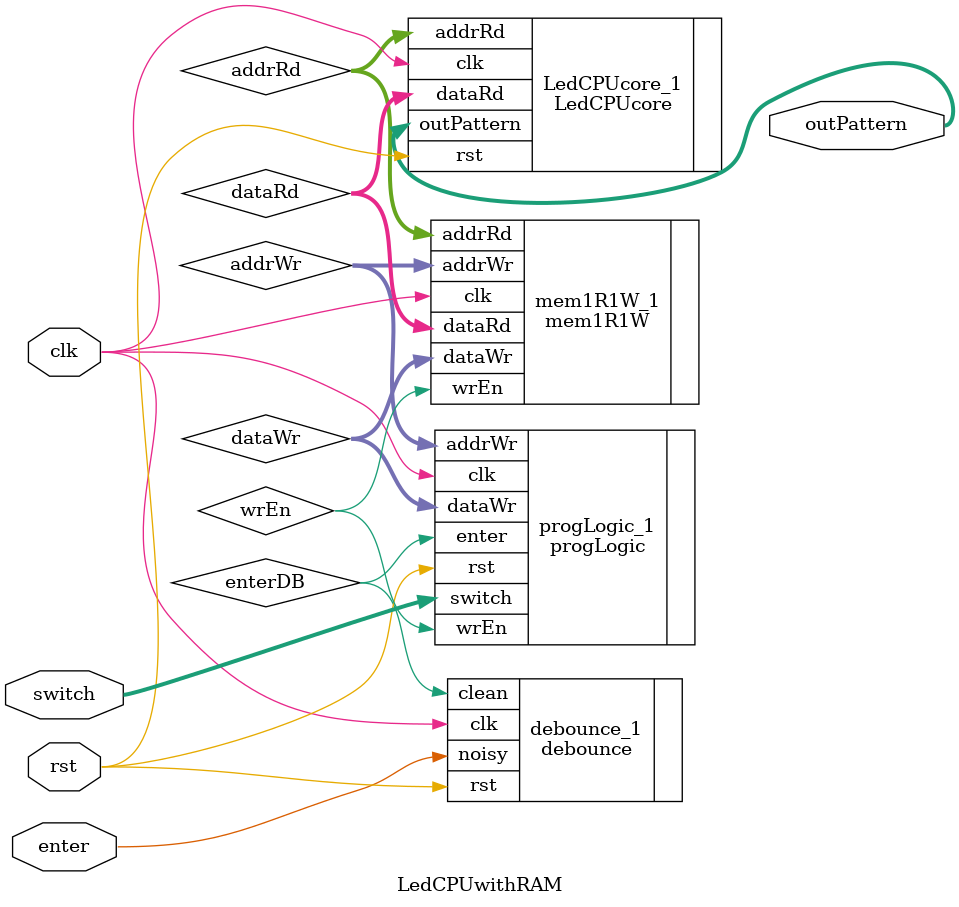
<source format=v>
module LedCPUwithRAM(
	clk,
	rst,
	switch,
	enter,
	outPattern
);
input clk, rst;
input [7:0] switch;
input enter;
output [7:0] outPattern;

parameter FREQ = 50_000_000/16;
parameter NDELAY = 650000;

wire wrEn, enterDB;
wire [7:0] addrWr,  addrRd;
wire [15:0] dataWr, dataRd;

debounce #(NDELAY)debounce_1(.rst(rst), .clk(clk), .noisy(enter), .clean(enterDB));

progLogic progLogic_1(.clk(clk), .rst(rst), .switch(switch), .enter(enterDB), .addrWr(addrWr), .dataWr(dataWr), .wrEn(wrEn));

mem1R1W mem1R1W_1(.clk(clk), .addrRd(addrRd), .dataRd(dataRd), .addrWr(addrWr), .dataWr(dataWr), .wrEn(wrEn));

LedCPUcore #(FREQ)LedCPUcore_1(.clk(clk), .rst(rst), .addrRd(addrRd), .dataRd(dataRd), .outPattern(outPattern));

endmodule

</source>
